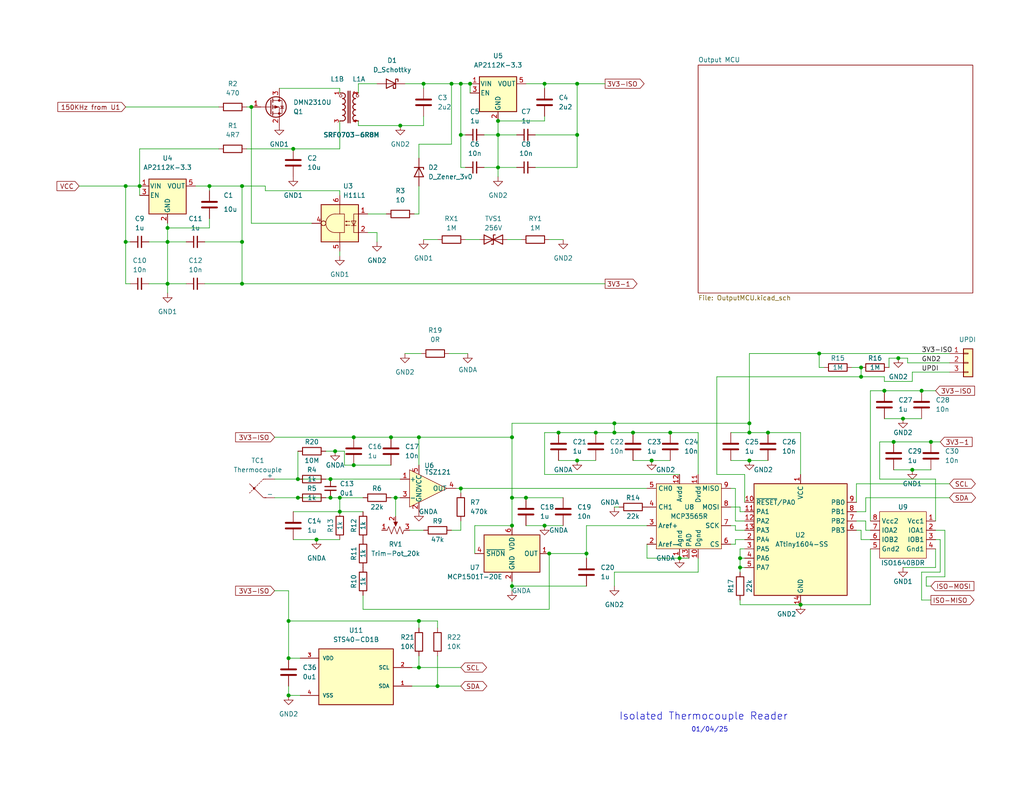
<source format=kicad_sch>
(kicad_sch (version 20230121) (generator eeschema)
  (paper "USLetter")
  (lib_symbols
    (symbol "Connector_Generic:Conn_01x03" (pin_names (offset 1.016) hide)
      (property "Reference" "J" (at 0 5.08 0))
      (property "Value" "Conn_01x03" (at 0 -5.08 0))
      (symbol "Conn_01x03_1_1"
        (pin passive line (at -5.08 2.54 0) (length 3.81) (name "Pin_1") (number "1"))
        (pin passive line (at -5.08 0 0) (length 3.81) (name "Pin_2") (number "2"))
        (pin passive line (at -5.08 -2.54 0) (length 3.81) (name "Pin_3") (number "3"))
      )
    )
    (symbol "Custom_parts:ISO6721RB"
      (property "Reference" "U9" (at 0 7.62 0))
      (property "Value" "ISO1640BDR" (at 0 -7.62 0))
      (symbol "ISO6721RB_1_1"
        (pin power_in line (at -8.89 3.81 0) (length 2.54) (name "Vcc1") (number "1"))
        (pin bidirectional line (at -8.89 1.27 0) (length 2.54) (name "IOA1") (number "2"))
        (pin bidirectional line (at -8.89 -1.27 0) (length 2.54) (name "IOB1") (number "3"))
        (pin power_in line (at -8.89 -3.81 0) (length 2.54) (name "Gnd1") (number "4"))
        (pin power_in line (at 8.89 -3.81 180) (length 2.54) (name "Gnd2") (number "5"))
        (pin bidirectional line (at 8.89 -1.27 180) (length 2.54) (name "IOB2") (number "6"))
        (pin bidirectional line (at 8.89 1.27 180) (length 2.54) (name "IOA2") (number "7"))
        (pin power_in line (at 8.89 3.81 180) (length 2.54) (name "Vcc2") (number "8"))
      )
    )
    (symbol "Custom_parts:MCP3565R"
      (property "Reference" "U" (at 0 2.54 0))
      (property "Value" "MCP3565R" (at 0 0 0))
      (symbol "MCP3565R_1_1"
        (pin power_in line (at -2.54 -11.43 90) (length 2.54) (name "Agnd") (number "1"))
        (pin power_in line (at 2.54 -11.43 90) (length 2.54) (name "Dgnd") (number "10"))
        (pin power_in line (at 2.54 11.43 270) (length 2.54) (name "Dvdd") (number "11"))
        (pin power_in line (at -2.54 11.43 270) (length 2.54) (name "Avdd") (number "12"))
        (pin power_in line (at 0 -11.43 90) (length 2.54) (name "PAD") (number "13"))
        (pin input line (at -11.43 -7.62 0) (length 2.54) (name "Aref-") (number "2"))
        (pin input line (at -11.43 -2.54 0) (length 2.54) (name "Aref+") (number "3"))
        (pin input line (at -11.43 2.54 0) (length 2.54) (name "CH1") (number "4"))
        (pin input line (at -11.43 7.62 0) (length 2.54) (name "CH0") (number "5"))
        (pin input line (at 11.43 -7.62 180) (length 2.54) (name "CS") (number "6"))
        (pin input line (at 11.43 -2.54 180) (length 2.54) (name "SCK") (number "7"))
        (pin input line (at 11.43 2.54 180) (length 2.54) (name "MOSI") (number "8"))
        (pin output line (at 11.43 7.62 180) (length 2.54) (name "MISO") (number "9"))
      )
    )
    (symbol "Custom_parts:TSZ121ICT" (pin_names (offset 0.002))
      (property "Reference" "U" (at 1.27 5.08 0))
      (symbol "TSZ121ICT_1_1"
        (pin input line (at -7.62 2.54 0) (length 2.54) (name "+") (number "1"))
        (pin power_in line (at -2.54 -6.35 90) (length 2.54) (name "GND") (number "2"))
        (pin input line (at -7.62 -2.54 0) (length 2.54) (name "-") (number "3"))
        (pin output line (at 7.62 0 180) (length 2.54) (name "OUT") (number "4"))
        (pin power_in line (at -2.54 6.35 270) (length 2.54) (name "VCC") (number "5"))
      )
    )
    (symbol "Device:C" (pin_numbers hide) (pin_names (offset 0.254))
      (property "Reference" "C" (at 0.635 2.54 0))
      (property "Value" "C" (at 0.635 -2.54 0))
      (symbol "C_1_1"
        (pin passive line (at 0 3.81 270) (length 2.794) (name "~") (number "1"))
        (pin passive line (at 0 -3.81 90) (length 2.794) (name "~") (number "2"))
      )
    )
    (symbol "Device:C_Small" (pin_numbers hide) (pin_names (offset 0.254) hide)
      (property "Reference" "C" (at 0.254 1.778 0))
      (property "Value" "C_Small" (at 0.254 -2.032 0))
      (symbol "C_Small_1_1"
        (pin passive line (at 0 2.54 270) (length 2.032) (name "~") (number "1"))
        (pin passive line (at 0 -2.54 90) (length 2.032) (name "~") (number "2"))
      )
    )
    (symbol "Device:D_Schottky" (pin_numbers hide) (pin_names (offset 1.016) hide)
      (property "Reference" "D" (at 0 2.54 0))
      (property "Value" "D_Schottky" (at 0 -2.54 0))
      (symbol "D_Schottky_1_1"
        (pin passive line (at -3.81 0 0) (length 2.54) (name "K") (number "1"))
        (pin passive line (at 3.81 0 180) (length 2.54) (name "A") (number "2"))
      )
    )
    (symbol "Device:D_TVS" (pin_numbers hide) (pin_names (offset 1.016) hide)
      (property "Reference" "D" (at 0 2.54 0))
      (property "Value" "D_TVS" (at 0 -2.54 0))
      (symbol "D_TVS_1_1"
        (pin passive line (at -3.81 0 0) (length 2.54) (name "A1") (number "1"))
        (pin passive line (at 3.81 0 180) (length 2.54) (name "A2") (number "2"))
      )
    )
    (symbol "Device:D_Zener" (pin_numbers hide) (pin_names (offset 1.016) hide)
      (property "Reference" "D" (at 0 2.54 0))
      (property "Value" "D_Zener" (at 0 -2.54 0))
      (symbol "D_Zener_1_1"
        (pin passive line (at -3.81 0 0) (length 2.54) (name "K") (number "1"))
        (pin passive line (at 3.81 0 180) (length 2.54) (name "A") (number "2"))
      )
    )
    (symbol "Device:R" (pin_numbers hide) (pin_names (offset 0))
      (property "Reference" "R" (at 2.032 0 90))
      (property "Value" "R" (at 0 0 90))
      (symbol "R_1_1"
        (pin passive line (at 0 3.81 270) (length 1.27) (name "~") (number "1"))
        (pin passive line (at 0 -3.81 90) (length 1.27) (name "~") (number "2"))
      )
    )
    (symbol "Device:R_Potentiometer_US" (pin_names (offset 1.016) hide)
      (property "Reference" "RV" (at -4.445 0 90))
      (property "Value" "R_Potentiometer_US" (at -2.54 0 90))
      (symbol "R_Potentiometer_US_1_1"
        (pin passive line (at 0 3.81 270) (length 1.27) (name "1") (number "1"))
        (pin passive line (at 3.81 0 180) (length 1.27) (name "2") (number "2"))
        (pin passive line (at 0 -3.81 90) (length 1.27) (name "3") (number "3"))
      )
    )
    (symbol "Device:Thermocouple" (pin_numbers hide) (pin_names (offset 0))
      (property "Reference" "TC" (at -3.048 3.81 0))
      (property "Value" "Thermocouple" (at -5.08 -4.064 0))
      (symbol "Thermocouple_1_1"
        (pin passive line (at 2.54 2.54 180) (length 2.54) (name "+") (number "1"))
        (pin passive line (at 2.54 -2.54 180) (length 2.54) (name "-") (number "2"))
      )
    )
    (symbol "Isolator:H11L1" (pin_names (offset 1.016))
      (property "Reference" "U" (at 1.27 8.89 0))
      (property "Value" "H11L1" (at 1.27 6.35 0))
      (symbol "H11L1_1_1"
        (pin passive line (at -7.62 2.54 0) (length 2.54) (name "~") (number "1"))
        (pin passive line (at -7.62 -2.54 0) (length 2.54) (name "~") (number "2"))
        (pin no_connect line (at -5.08 0 0) (length 2.54) hide (name "~") (number "3"))
        (pin output inverted (at 7.62 0 180) (length 3.81) (name "~") (number "4"))
        (pin power_in line (at 0 -7.62 90) (length 2.54) (name "~") (number "5"))
        (pin power_in line (at 0 7.62 270) (length 2.54) (name "~") (number "6"))
      )
    )
    (symbol "MCU_Microchip_ATtiny:ATtiny1604-SS"
      (property "Reference" "U" (at -12.7 16.51 0))
      (property "Value" "ATtiny1604-SS" (at 2.54 -16.51 0))
      (symbol "ATtiny1604-SS_1_1"
        (pin power_in line (at 0 17.78 270) (length 2.54) (name "VCC") (number "1"))
        (pin bidirectional line (at 15.24 10.16 180) (length 2.54) (name "~{RESET}/PA0") (number "10"))
        (pin bidirectional line (at 15.24 7.62 180) (length 2.54) (name "PA1") (number "11"))
        (pin bidirectional line (at 15.24 5.08 180) (length 2.54) (name "PA2") (number "12"))
        (pin bidirectional line (at 15.24 2.54 180) (length 2.54) (name "PA3") (number "13"))
        (pin power_in line (at 0 -17.78 90) (length 2.54) (name "GND") (number "14"))
        (pin bidirectional line (at 15.24 0 180) (length 2.54) (name "PA4") (number "2"))
        (pin bidirectional line (at 15.24 -2.54 180) (length 2.54) (name "PA5") (number "3"))
        (pin bidirectional line (at 15.24 -5.08 180) (length 2.54) (name "PA6") (number "4"))
        (pin bidirectional line (at 15.24 -7.62 180) (length 2.54) (name "PA7") (number "5"))
        (pin bidirectional line (at -15.24 2.54 0) (length 2.54) (name "PB3") (number "6"))
        (pin bidirectional line (at -15.24 5.08 0) (length 2.54) (name "PB2") (number "7"))
        (pin bidirectional line (at -15.24 7.62 0) (length 2.54) (name "PB1") (number "8"))
        (pin bidirectional line (at -15.24 10.16 0) (length 2.54) (name "PB0") (number "9"))
      )
    )
    (symbol "Reference_Voltage:MCP1501-10xCH"
      (property "Reference" "U" (at -6.35 6.35 0))
      (property "Value" "MCP1501-10xCH" (at 10.16 6.35 0))
      (symbol "MCP1501-10xCH_0_0"
        (pin power_out line (at 10.16 0 180) (length 2.54) (name "OUT") (number "1"))
        (pin power_in line (at 0 -7.62 90) (length 2.54) (name "GND") (number "2"))
        (pin passive line (at 0 -7.62 90) (length 2.54) hide (name "GND") (number "3"))
        (pin input line (at -10.16 0 0) (length 2.54) (name "~{SHDN}") (number "4"))
        (pin passive line (at 0 -7.62 90) (length 2.54) hide (name "GND") (number "5"))
        (pin power_in line (at 0 7.62 270) (length 2.54) (name "VDD") (number "6"))
      )
    )
    (symbol "Regulator_Linear:AP2112K-3.3" (pin_names (offset 0.254))
      (property "Reference" "U" (at -5.08 5.715 0))
      (property "Value" "AP2112K-3.3" (at 0 5.715 0))
      (symbol "AP2112K-3.3_1_1"
        (pin power_in line (at -7.62 2.54 0) (length 2.54) (name "VIN") (number "1"))
        (pin power_in line (at 0 -7.62 90) (length 2.54) (name "GND") (number "2"))
        (pin input line (at -7.62 0 0) (length 2.54) (name "EN") (number "3"))
        (pin no_connect line (at 5.08 0 180) (length 2.54) hide (name "NC") (number "4"))
        (pin power_out line (at 7.62 2.54 180) (length 2.54) (name "VOUT") (number "5"))
      )
    )
    (symbol "SRF0703-220M:SRF0703-220M" (pin_names (offset 1.016))
      (property "Reference" "L" (at 1.278 1.288 0))
      (property "Value" "SRF0703-220M" (at 1.27 -1.27 0))
      (symbol "SRF0703-220M_1_0"
        (pin passive line (at -2.54 3.81 270) (length 0) (name "~") (number "2"))
        (pin passive line (at -2.54 -3.81 90) (length 0) (name "~") (number "4"))
      )
      (symbol "SRF0703-220M_2_0"
        (pin passive line (at -2.54 3.81 270) (length 0) (name "~") (number "1"))
        (pin passive line (at -2.54 -3.81 90) (length 0) (name "~") (number "3"))
      )
    )
    (symbol "STS4x Temperature Sensors:STS4X" (pin_names (offset 1.016))
      (property "Reference" "U" (at -10.16 8.89 0))
      (property "Value" "STS4X" (at -10.16 -10.16 0))
      (symbol "STS4X_0_0"
        (pin bidirectional line (at -15.24 -2.54 0) (length 5.08) (name "SDA") (number "1"))
        (pin input line (at -15.24 2.54 0) (length 5.08) (name "SCL") (number "2"))
        (pin power_in line (at 15.24 5.08 180) (length 5.08) (name "VDD") (number "3"))
        (pin power_in line (at 15.24 -5.08 180) (length 5.08) (name "VSS") (number "4"))
      )
    )
    (symbol "Transistor_FET:DMG2301L" (pin_names hide)
      (property "Reference" "Q" (at 5.08 1.905 0))
      (property "Value" "DMG2301L" (at 5.08 0 0))
      (symbol "DMG2301L_1_1"
        (pin input line (at -5.08 0 0) (length 2.54) (name "G") (number "1"))
        (pin passive line (at 2.54 -5.08 90) (length 2.54) (name "S") (number "2"))
        (pin passive line (at 2.54 5.08 270) (length 2.54) (name "D") (number "3"))
      )
    )
    (symbol "power:GND1" (power) (pin_names (offset 0))
      (property "Value" "GND1" (at 0 -3.81 0))
      (symbol "GND1_1_1"
        (pin power_in line (at 0 0 270) (length 0) hide (name "GND1") (number "1"))
      )
    )
    (symbol "power:GND2" (power) (pin_names (offset 0))
      (property "Value" "GND2" (at 0 -3.81 0))
      (symbol "GND2_1_1"
        (pin power_in line (at 0 0 270) (length 0) hide (name "GND2") (number "1"))
      )
    )
    (symbol "power:GNDA" (power) (pin_names (offset 0))
      (property "Value" "GNDA" (at 0 -3.81 0))
      (symbol "GNDA_1_1"
        (pin power_in line (at 0 0 270) (length 0) hide (name "GNDA") (number "1"))
      )
    )
  )
  (junction (at 139.7 119.38))
  (junction (at 185.42 152.4))
  (junction (at 223.52 96.52))
  (junction (at 167.64 115.57))
  (junction (at 90.17 130.81))
  (junction (at 204.47 115.57))
  (junction (at 177.8 125.73))
  (junction (at 96.52 119.38))
  (junction (at 149.86 151.13))
  (junction (at 251.46 106.68))
  (junction (at 218.44 165.1))
  (junction (at 148.59 143.51))
  (junction (at 38.1 50.8))
  (junction (at 139.7 160.02))
  (junction (at 152.4 118.11))
  (junction (at 172.72 118.11))
  (junction (at 78.74 169.545))
  (junction (at 106.68 119.38))
  (junction (at 107.95 135.89))
  (junction (at 204.47 125.73))
  (junction (at 157.48 125.73))
  (junction (at 109.22 34.29))
  (junction (at 241.3 106.68))
  (junction (at 182.88 118.11))
  (junction (at 246.38 114.3))
  (junction (at 114.3 119.38))
  (junction (at 201.93 152.4))
  (junction (at 157.48 36.83))
  (junction (at 66.04 66.04))
  (junction (at 45.72 62.23))
  (junction (at 245.11 97.79))
  (junction (at 92.71 139.7))
  (junction (at 81.28 130.81))
  (junction (at 234.95 100.33))
  (junction (at 90.17 135.89))
  (junction (at 114.3 182.245))
  (junction (at 139.7 135.89))
  (junction (at 114.3 169.545))
  (junction (at 34.29 50.8))
  (junction (at 68.58 29.21))
  (junction (at 45.72 77.47))
  (junction (at 119.38 187.325))
  (junction (at 96.52 127))
  (junction (at 162.56 118.11))
  (junction (at 125.73 36.83))
  (junction (at 204.47 118.11))
  (junction (at 78.74 189.865))
  (junction (at 81.28 135.89))
  (junction (at 148.59 22.86))
  (junction (at 123.19 22.86))
  (junction (at 254 120.65))
  (junction (at 128.27 22.86))
  (junction (at 160.02 151.13))
  (junction (at 248.92 128.27))
  (junction (at 92.71 135.89))
  (junction (at 167.64 118.11))
  (junction (at 135.89 36.83))
  (junction (at 45.72 66.04))
  (junction (at 125.73 22.86))
  (junction (at 34.29 66.04))
  (junction (at 135.89 45.72))
  (junction (at 86.36 147.32))
  (junction (at 80.01 40.64))
  (junction (at 209.55 118.11))
  (junction (at 234.95 102.87))
  (junction (at 157.48 22.86))
  (junction (at 125.73 133.35))
  (junction (at 115.57 22.86))
  (junction (at 66.04 50.8))
  (junction (at 243.84 120.65))
  (junction (at 91.44 123.19))
  (junction (at 57.15 50.8))
  (junction (at 201.93 154.94))
  (junction (at 135.89 33.02))
  (junction (at 143.51 135.89))
  (junction (at 78.74 179.705))
  (junction (at 66.04 77.47))
  (junction (at 139.7 143.51))
  (wire (pts (xy 201.93 163.83) (xy 201.93 165.1)))
  (wire (pts (xy 143.51 143.51) (xy 148.59 143.51)))
  (wire (pts (xy 204.47 115.57) (xy 167.64 115.57)))
  (wire (pts (xy 135.89 45.72) (xy 135.89 36.83)))
  (wire (pts (xy 157.48 36.83) (xy 157.48 22.86)))
  (wire (pts (xy 233.68 132.08) (xy 233.68 137.16)))
  (wire (pts (xy 167.64 115.57) (xy 167.64 118.11)))
  (wire (pts (xy 176.53 152.4) (xy 185.42 152.4)))
  (wire (pts (xy 241.3 106.68) (xy 251.46 106.68)))
  (wire (pts (xy 157.48 45.72) (xy 157.48 36.83)))
  (wire (pts (xy 92.71 33.02) (xy 92.71 40.64)))
  (wire (pts (xy 160.02 152.4) (xy 160.02 151.13)))
  (wire (pts (xy 218.44 129.54) (xy 218.44 118.11)))
  (wire (pts (xy 66.04 66.04) (xy 66.04 77.47)))
  (wire (pts (xy 223.52 100.33) (xy 223.52 96.52)))
  (wire (pts (xy 122.555 96.52) (xy 127.635 96.52)))
  (wire (pts (xy 57.15 59.69) (xy 57.15 62.23)))
  (wire (pts (xy 127 45.72) (xy 125.73 45.72)))
  (wire (pts (xy 203.2 129.54) (xy 203.2 137.16)))
  (wire (pts (xy 146.05 45.72) (xy 157.48 45.72)))
  (wire (pts (xy 92.71 24.13) (xy 92.71 25.4)))
  (wire (pts (xy 204.47 96.52) (xy 204.47 115.57)))
  (wire (pts (xy 241.3 114.3) (xy 246.38 114.3)))
  (wire (pts (xy 90.17 135.89) (xy 92.71 135.89)))
  (wire (pts (xy 92.71 52.07) (xy 72.39 52.07)))
  (wire (pts (xy 233.68 132.08) (xy 259.08 132.08)))
  (wire (pts (xy 236.22 142.24) (xy 233.68 142.24)))
  (wire (pts (xy 127 36.83) (xy 125.73 36.83)))
  (wire (pts (xy 92.71 68.58) (xy 92.71 69.85)))
  (wire (pts (xy 112.395 187.325) (xy 119.38 187.325)))
  (wire (pts (xy 97.79 33.02) (xy 97.79 34.29)))
  (wire (pts (xy 119.38 187.325) (xy 125.73 187.325)))
  (wire (pts (xy 160.02 143.51) (xy 160.02 151.13)))
  (wire (pts (xy 99.06 139.7) (xy 92.71 139.7)))
  (wire (pts (xy 106.68 119.38) (xy 114.3 119.38)))
  (wire (pts (xy 81.28 123.19) (xy 81.28 130.81)))
  (wire (pts (xy 248.92 128.27) (xy 254 128.27)))
  (wire (pts (xy 109.22 34.29) (xy 115.57 34.29)))
  (wire (pts (xy 240.03 120.65) (xy 243.84 120.65)))
  (wire (pts (xy 148.59 129.54) (xy 148.59 118.11)))
  (wire (pts (xy 107.95 135.89) (xy 109.22 135.89)))
  (wire (pts (xy 152.4 118.11) (xy 162.56 118.11)))
  (wire (pts (xy 34.29 50.8) (xy 38.1 50.8)))
  (wire (pts (xy 201.93 152.4) (xy 203.2 152.4)))
  (wire (pts (xy 204.47 118.11) (xy 209.55 118.11)))
  (wire (pts (xy 114.3 43.18) (xy 114.3 39.37)))
  (wire (pts (xy 200.66 143.51) (xy 200.66 144.78)))
  (wire (pts (xy 74.93 130.81) (xy 81.28 130.81)))
  (wire (pts (xy 88.9 123.19) (xy 91.44 123.19)))
  (wire (pts (xy 114.3 39.37) (xy 123.19 39.37)))
  (wire (pts (xy 45.72 66.04) (xy 45.72 62.23)))
  (wire (pts (xy 21.59 50.8) (xy 34.29 50.8)))
  (wire (pts (xy 38.1 50.8) (xy 38.1 53.34)))
  (wire (pts (xy 90.17 130.81) (xy 109.22 130.81)))
  (wire (pts (xy 74.93 119.38) (xy 96.52 119.38)))
  (wire (pts (xy 45.72 80.01) (xy 45.72 77.47)))
  (wire (pts (xy 148.59 143.51) (xy 153.67 143.51)))
  (wire (pts (xy 55.88 77.47) (xy 66.04 77.47)))
  (wire (pts (xy 247.65 99.06) (xy 247.65 97.79)))
  (wire (pts (xy 201.93 152.4) (xy 201.93 154.94)))
  (wire (pts (xy 34.29 29.21) (xy 59.69 29.21)))
  (wire (pts (xy 114.3 179.07) (xy 114.3 182.245)))
  (wire (pts (xy 201.93 154.94) (xy 201.93 156.21)))
  (wire (pts (xy 167.64 156.21) (xy 167.64 160.02)))
  (wire (pts (xy 190.5 152.4) (xy 190.5 156.21)))
  (wire (pts (xy 195.58 129.54) (xy 203.2 129.54)))
  (wire (pts (xy 78.74 161.29) (xy 78.74 169.545)))
  (wire (pts (xy 148.59 24.13) (xy 148.59 22.86)))
  (wire (pts (xy 78.74 169.545) (xy 78.74 179.705)))
  (wire (pts (xy 139.7 160.02) (xy 139.7 158.75)))
  (wire (pts (xy 148.59 22.86) (xy 157.48 22.86)))
  (wire (pts (xy 112.395 182.245) (xy 114.3 182.245)))
  (wire (pts (xy 176.53 143.51) (xy 160.02 143.51)))
  (wire (pts (xy 149.86 151.13) (xy 149.86 166.37)))
  (wire (pts (xy 80.01 147.32) (xy 86.36 147.32)))
  (wire (pts (xy 66.04 66.04) (xy 66.04 50.8)))
  (wire (pts (xy 40.64 66.04) (xy 45.72 66.04)))
  (wire (pts (xy 96.52 119.38) (xy 106.68 119.38)))
  (wire (pts (xy 248.92 101.6) (xy 248.92 104.14)))
  (wire (pts (xy 237.49 144.78) (xy 236.22 144.78)))
  (wire (pts (xy 200.66 144.78) (xy 203.2 144.78)))
  (wire (pts (xy 78.74 169.545) (xy 114.3 169.545)))
  (wire (pts (xy 139.7 135.89) (xy 143.51 135.89)))
  (wire (pts (xy 237.49 106.68) (xy 237.49 142.24)))
  (wire (pts (xy 132.08 45.72) (xy 135.89 45.72)))
  (wire (pts (xy 185.42 129.54) (xy 148.59 129.54)))
  (wire (pts (xy 125.73 45.72) (xy 125.73 36.83)))
  (wire (pts (xy 232.41 100.33) (xy 234.95 100.33)))
  (wire (pts (xy 201.93 165.1) (xy 218.44 165.1)))
  (wire (pts (xy 237.49 149.86) (xy 237.49 165.1)))
  (wire (pts (xy 67.31 29.21) (xy 68.58 29.21)))
  (wire (pts (xy 125.73 144.78) (xy 125.73 142.24)))
  (wire (pts (xy 97.79 22.86) (xy 102.87 22.86)))
  (wire (pts (xy 80.01 139.7) (xy 92.71 139.7)))
  (wire (pts (xy 34.29 66.04) (xy 35.56 66.04)))
  (wire (pts (xy 143.51 22.86) (xy 148.59 22.86)))
  (wire (pts (xy 93.98 127) (xy 93.98 123.19)))
  (wire (pts (xy 123.19 39.37) (xy 123.19 22.86)))
  (wire (pts (xy 34.29 77.47) (xy 34.29 66.04)))
  (wire (pts (xy 125.73 22.86) (xy 128.27 22.86)))
  (wire (pts (xy 224.79 100.33) (xy 223.52 100.33)))
  (wire (pts (xy 57.15 52.07) (xy 57.15 50.8)))
  (wire (pts (xy 255.27 147.32) (xy 256.54 147.32)))
  (wire (pts (xy 242.57 100.33) (xy 242.57 97.79)))
  (wire (pts (xy 236.22 144.78) (xy 236.22 142.24)))
  (wire (pts (xy 128.27 22.86) (xy 128.27 25.4)))
  (wire (pts (xy 203.2 142.24) (xy 200.66 142.24)))
  (wire (pts (xy 139.7 160.02) (xy 160.02 160.02)))
  (wire (pts (xy 200.66 133.35) (xy 199.39 133.35)))
  (wire (pts (xy 123.19 22.86) (xy 125.73 22.86)))
  (wire (pts (xy 200.66 147.32) (xy 203.2 147.32)))
  (wire (pts (xy 139.7 115.57) (xy 167.64 115.57)))
  (wire (pts (xy 115.57 65.405) (xy 119.38 65.405)))
  (wire (pts (xy 167.64 156.21) (xy 190.5 156.21)))
  (wire (pts (xy 76.2 24.13) (xy 92.71 24.13)))
  (wire (pts (xy 252.73 157.48) (xy 257.81 157.48)))
  (wire (pts (xy 234.95 102.87) (xy 195.58 102.87)))
  (wire (pts (xy 107.95 140.97) (xy 107.95 135.89)))
  (wire (pts (xy 68.58 29.21) (xy 68.58 60.96)))
  (wire (pts (xy 143.51 135.89) (xy 153.67 135.89)))
  (wire (pts (xy 97.79 22.86) (xy 97.79 25.4)))
  (wire (pts (xy 167.64 118.11) (xy 172.72 118.11)))
  (wire (pts (xy 81.915 189.865) (xy 78.74 189.865)))
  (wire (pts (xy 99.06 166.37) (xy 149.86 166.37)))
  (wire (pts (xy 78.74 179.705) (xy 81.915 179.705)))
  (wire (pts (xy 254 120.65) (xy 256.54 120.65)))
  (wire (pts (xy 201.93 154.94) (xy 203.2 154.94)))
  (wire (pts (xy 87.63 130.81) (xy 81.28 130.81)))
  (wire (pts (xy 93.98 123.19) (xy 91.44 123.19)))
  (wire (pts (xy 246.38 114.3) (xy 251.46 114.3)))
  (wire (pts (xy 72.39 50.8) (xy 66.04 50.8)))
  (wire (pts (xy 114.3 169.545) (xy 114.3 171.45)))
  (wire (pts (xy 92.71 135.89) (xy 99.06 135.89)))
  (wire (pts (xy 96.52 127) (xy 93.98 127)))
  (wire (pts (xy 38.1 40.64) (xy 59.69 40.64)))
  (wire (pts (xy 45.72 66.04) (xy 50.8 66.04)))
  (wire (pts (xy 234.95 100.33) (xy 234.95 102.87)))
  (wire (pts (xy 190.5 129.54) (xy 190.5 118.11)))
  (wire (pts (xy 132.08 36.83) (xy 135.89 36.83)))
  (wire (pts (xy 149.86 151.13) (xy 160.02 151.13)))
  (wire (pts (xy 157.48 22.86) (xy 165.1 22.86)))
  (wire (pts (xy 129.54 143.51) (xy 139.7 143.51)))
  (wire (pts (xy 199.39 118.11) (xy 204.47 118.11)))
  (wire (pts (xy 157.48 125.73) (xy 162.56 125.73)))
  (wire (pts (xy 218.44 118.11) (xy 209.55 118.11)))
  (wire (pts (xy 185.42 152.4) (xy 187.96 152.4)))
  (wire (pts (xy 148.59 31.75) (xy 148.59 33.02)))
  (wire (pts (xy 139.7 135.89) (xy 139.7 119.38)))
  (wire (pts (xy 176.53 148.59) (xy 176.53 152.4)))
  (wire (pts (xy 252.73 160.02) (xy 252.73 157.48)))
  (wire (pts (xy 88.9 130.81) (xy 90.17 130.81)))
  (wire (pts (xy 74.93 161.29) (xy 78.74 161.29)))
  (wire (pts (xy 88.9 135.89) (xy 90.17 135.89)))
  (wire (pts (xy 78.74 189.865) (xy 78.74 187.325)))
  (wire (pts (xy 148.59 33.02) (xy 135.89 33.02)))
  (wire (pts (xy 255.27 142.24) (xy 255.27 130.81)))
  (wire (pts (xy 135.89 36.83) (xy 140.97 36.83)))
  (wire (pts (xy 243.84 120.65) (xy 254 120.65)))
  (wire (pts (xy 257.81 157.48) (xy 257.81 144.78)))
  (wire (pts (xy 40.64 77.47) (xy 45.72 77.47)))
  (wire (pts (xy 255.27 154.94) (xy 255.27 149.86)))
  (wire (pts (xy 237.49 106.68) (xy 241.3 106.68)))
  (wire (pts (xy 149.86 65.405) (xy 153.67 65.405)))
  (wire (pts (xy 223.52 96.52) (xy 259.08 96.52)))
  (wire (pts (xy 114.3 119.38) (xy 139.7 119.38)))
  (wire (pts (xy 125.73 133.35) (xy 176.53 133.35)))
  (wire (pts (xy 45.72 77.47) (xy 45.72 66.04)))
  (wire (pts (xy 199.39 125.73) (xy 204.47 125.73)))
  (wire (pts (xy 233.68 139.7) (xy 236.22 139.7)))
  (wire (pts (xy 200.66 143.51) (xy 199.39 143.51)))
  (wire (pts (xy 135.89 48.26) (xy 135.89 45.72)))
  (wire (pts (xy 236.22 135.89) (xy 236.22 139.7)))
  (wire (pts (xy 92.71 40.64) (xy 80.01 40.64)))
  (wire (pts (xy 247.65 97.79) (xy 245.11 97.79)))
  (wire (pts (xy 242.57 97.79) (xy 245.11 97.79)))
  (wire (pts (xy 66.04 50.8) (xy 57.15 50.8)))
  (wire (pts (xy 119.38 169.545) (xy 119.38 171.45)))
  (wire (pts (xy 92.71 52.07) (xy 92.71 53.34)))
  (wire (pts (xy 110.49 22.86) (xy 115.57 22.86)))
  (wire (pts (xy 114.3 119.38) (xy 114.3 127)))
  (wire (pts (xy 110.49 96.52) (xy 114.935 96.52)))
  (wire (pts (xy 34.29 66.04) (xy 34.29 50.8)))
  (wire (pts (xy 100.33 63.5) (xy 102.87 63.5)))
  (wire (pts (xy 86.36 147.32) (xy 92.71 147.32)))
  (wire (pts (xy 102.87 63.5) (xy 102.87 66.04)))
  (wire (pts (xy 248.92 104.14) (xy 241.3 104.14)))
  (wire (pts (xy 45.72 60.96) (xy 45.72 62.23)))
  (wire (pts (xy 125.73 133.35) (xy 124.46 133.35)))
  (wire (pts (xy 243.84 128.27) (xy 248.92 128.27)))
  (wire (pts (xy 233.68 144.78) (xy 234.95 144.78)))
  (wire (pts (xy 255.27 144.78) (xy 257.81 144.78)))
  (wire (pts (xy 38.1 40.64) (xy 38.1 50.8)))
  (wire (pts (xy 123.19 144.78) (xy 125.73 144.78)))
  (wire (pts (xy 119.38 179.07) (xy 119.38 187.325)))
  (wire (pts (xy 259.08 101.6) (xy 248.92 101.6)))
  (wire (pts (xy 114.3 182.245) (xy 125.73 182.245)))
  (wire (pts (xy 152.4 125.73) (xy 157.48 125.73)))
  (wire (pts (xy 129.54 151.13) (xy 129.54 143.51)))
  (wire (pts (xy 96.52 127) (xy 106.68 127)))
  (wire (pts (xy 135.89 45.72) (xy 140.97 45.72)))
  (wire (pts (xy 57.15 62.23) (xy 45.72 62.23)))
  (wire (pts (xy 203.2 149.86) (xy 201.93 149.86)))
  (wire (pts (xy 114.3 50.8) (xy 114.3 58.42)))
  (wire (pts (xy 146.05 36.83) (xy 157.48 36.83)))
  (wire (pts (xy 241.3 104.14) (xy 241.3 102.87)))
  (wire (pts (xy 201.93 149.86) (xy 201.93 152.4)))
  (wire (pts (xy 106.68 135.89) (xy 107.95 135.89)))
  (wire (pts (xy 114.3 169.545) (xy 119.38 169.545)))
  (wire (pts (xy 190.5 118.11) (xy 182.88 118.11)))
  (wire (pts (xy 199.39 138.43) (xy 201.93 138.43)))
  (wire (pts (xy 254 163.83) (xy 251.46 163.83)))
  (wire (pts (xy 45.72 77.47) (xy 50.8 77.47)))
  (wire (pts (xy 100.33 58.42) (xy 105.41 58.42)))
  (wire (pts (xy 53.34 50.8) (xy 57.15 50.8)))
  (wire (pts (xy 195.58 102.87) (xy 195.58 129.54)))
  (wire (pts (xy 204.47 118.11) (xy 204.47 115.57)))
  (wire (pts (xy 125.73 134.62) (xy 125.73 133.35)))
  (wire (pts (xy 165.1 77.47) (xy 66.04 77.47)))
  (wire (pts (xy 252.73 160.02) (xy 254 160.02)))
  (wire (pts (xy 35.56 77.47) (xy 34.29 77.47)))
  (wire (pts (xy 234.95 144.78) (xy 234.95 147.32)))
  (wire (pts (xy 139.7 161.29) (xy 139.7 160.02)))
  (wire (pts (xy 204.47 125.73) (xy 209.55 125.73)))
  (wire (pts (xy 251.46 156.21) (xy 256.54 156.21)))
  (wire (pts (xy 127 65.405) (xy 130.81 65.405)))
  (wire (pts (xy 177.8 125.73) (xy 182.88 125.73)))
  (wire (pts (xy 138.43 65.405) (xy 142.24 65.405)))
  (wire (pts (xy 172.72 118.11) (xy 182.88 118.11)))
  (wire (pts (xy 92.71 139.7) (xy 92.71 135.89)))
  (wire (pts (xy 115.57 31.75) (xy 115.57 34.29)))
  (wire (pts (xy 68.58 60.96) (xy 85.09 60.96)))
  (wire (pts (xy 172.72 125.73) (xy 177.8 125.73)))
  (wire (pts (xy 251.46 106.68) (xy 255.27 106.68)))
  (wire (pts (xy 72.39 52.07) (xy 72.39 50.8)))
  (wire (pts (xy 123.19 22.86) (xy 115.57 22.86)))
  (wire (pts (xy 115.57 22.86) (xy 115.57 24.13)))
  (wire (pts (xy 247.65 99.06) (xy 259.08 99.06)))
  (wire (pts (xy 218.44 165.1) (xy 237.49 165.1)))
  (wire (pts (xy 139.7 119.38) (xy 139.7 115.57)))
  (wire (pts (xy 113.03 58.42) (xy 114.3 58.42)))
  (wire (pts (xy 125.73 36.83) (xy 125.73 22.86)))
  (wire (pts (xy 256.54 156.21) (xy 256.54 147.32)))
  (wire (pts (xy 240.03 130.81) (xy 255.27 130.81)))
  (wire (pts (xy 201.93 138.43) (xy 201.93 139.7)))
  (wire (pts (xy 246.38 154.94) (xy 255.27 154.94)))
  (wire (pts (xy 240.03 120.65) (xy 240.03 130.81)))
  (wire (pts (xy 139.7 143.51) (xy 139.7 135.89)))
  (wire (pts (xy 111.76 144.78) (xy 115.57 144.78)))
  (wire (pts (xy 148.59 118.11) (xy 152.4 118.11)))
  (wire (pts (xy 99.06 162.56) (xy 99.06 166.37)))
  (wire (pts (xy 67.31 40.64) (xy 80.01 40.64)))
  (wire (pts (xy 200.66 142.24) (xy 200.66 133.35)))
  (wire (pts (xy 234.95 147.32) (xy 237.49 147.32)))
  (wire (pts (xy 199.39 148.59) (xy 200.66 148.59)))
  (wire (pts (xy 201.93 139.7) (xy 203.2 139.7)))
  (wire (pts (xy 259.08 135.89) (xy 236.22 135.89)))
  (wire (pts (xy 167.64 118.11) (xy 162.56 118.11)))
  (wire (pts (xy 55.88 66.04) (xy 66.04 66.04)))
  (wire (pts (xy 74.93 135.89) (xy 81.28 135.89)))
  (wire (pts (xy 168.91 138.43) (xy 167.64 138.43)))
  (wire (pts (xy 97.79 34.29) (xy 109.22 34.29)))
  (wire (pts (xy 200.66 148.59) (xy 200.66 147.32)))
  (wire (pts (xy 135.89 36.83) (xy 135.89 33.02)))
  (wire (pts (xy 81.28 135.89) (xy 87.63 135.89)))
  (wire (pts (xy 223.52 96.52) (xy 204.47 96.52)))
  (wire (pts (xy 251.46 163.83) (xy 251.46 156.21)))
  (wire (pts (xy 241.3 102.87) (xy 234.95 102.87)))
  (text "Isolated Thermocouple Reader" (at 168.91 196.85 0) (effects (font (size 2 2)) (justify left bottom)))
  (text "01/04/25\n" (at 188.595 200.025 0) (effects (font (size 1.27 1.27)) (justify left bottom)))
  (label "GND2" (at 251.46 99.06 0))
  (label "3V3-ISO" (at 251.46 96.52 0))
  (label "UPDI" (at 251.46 101.6 0))
  (global_label "3V3-1" (shape input) (at 256.54 120.65 0) (property "Intersheetrefs" "${INTERSHEET_REFS}" (effects hide)))
  (global_label "SDA" (shape bidirectional) (at 125.73 187.325 0) (property "Intersheetrefs" "${INTERSHEET_REFS}" (effects hide)))
  (global_label "3V3-ISO" (shape output) (at 165.1 22.86 0) (property "Intersheetrefs" "${INTERSHEET_REFS}" (effects hide)))
  (global_label "3V3-ISO" (shape input) (at 74.93 119.38 180) (property "Intersheetrefs" "${INTERSHEET_REFS}" (effects hide)))
  (global_label "SDA" (shape bidirectional) (at 259.08 135.89 0) (property "Intersheetrefs" "${INTERSHEET_REFS}" (effects hide)))
  (global_label "VCC" (shape input) (at 21.59 50.8 180) (property "Intersheetrefs" "${INTERSHEET_REFS}" (effects hide)))
  (global_label "3V3-ISO" (shape input) (at 255.27 106.68 0) (property "Intersheetrefs" "${INTERSHEET_REFS}" (effects hide)))
  (global_label "SCL" (shape bidirectional) (at 259.08 132.08 0) (property "Intersheetrefs" "${INTERSHEET_REFS}" (effects hide)))
  (global_label "3V3-1" (shape output) (at 165.1 77.47 0) (property "Intersheetrefs" "${INTERSHEET_REFS}" (effects hide)))
  (global_label "ISO-MOSI" (shape input) (at 254 160.02 0) (property "Intersheetrefs" "${INTERSHEET_REFS}" (effects hide)))
  (global_label "150KHz from U1" (shape input) (at 34.29 29.21 180) (property "Intersheetrefs" "${INTERSHEET_REFS}" (effects hide)))
  (global_label "3V3-ISO" (shape input) (at 74.93 161.29 180) (property "Intersheetrefs" "${INTERSHEET_REFS}" (effects hide)))
  (global_label "SCL" (shape bidirectional) (at 125.73 182.245 0) (property "Intersheetrefs" "${INTERSHEET_REFS}" (effects hide)))
  (global_label "ISO-MISO" (shape output) (at 254 163.83 0) (property "Intersheetrefs" "${INTERSHEET_REFS}" (effects hide)))
  (symbol (lib_id "power:GND2") (at 78.74 189.865 0) (unit 1)
    (property "Reference" "#PWR0123" (effects hide))
    (property "Value" "GND2" (at 78.74 194.945 0))
  )
  (symbol (lib_id "Device:R") (at 125.73 138.43 180) (unit 1)
    (property "Reference" "R7" (at 128.27 137.1599 0) (effects (justify right)))
    (property "Value" "470k" (at 128.27 139.6999 0) (effects (justify right)))
    (property "Footprint" "Resistor_SMD:R_0603_1608Metric" (effects hide))
  )
  (symbol (lib_id "Device:R") (at 228.6 100.33 90) (unit 1)
    (property "Reference" "R15" (at 228.6 97.79 90))
    (property "Value" "1M" (at 228.6 100.33 90))
    (property "Footprint" "Resistor_SMD:R_0603_1608Metric" (effects hide))
  )
  (symbol (lib_id "power:GNDA") (at 167.64 138.43 0) (unit 1)
    (property "Reference" "#PWR0127" (effects hide))
    (property "Value" "GNDA" (at 166.37 137.16 0))
  )
  (symbol (lib_id "power:GND2") (at 110.49 96.52 0) (unit 1)
    (property "Reference" "#PWR07" (effects hide))
    (property "Value" "GND2" (at 110.49 101.6 0))
  )
  (symbol (lib_id "Device:Thermocouple") (at 72.39 133.35 0) (unit 1)
    (property "Reference" "TC1" (at 70.358 125.73 0))
    (property "Value" "Thermocouple" (at 70.358 128.27 0))
    (property "Footprint" "custom:TypeKSocket" (effects hide))
  )
  (symbol (lib_id "Device:D_Schottky") (at 106.68 22.86 0) (mirror y) (unit 1)
    (property "Reference" "D1" (at 106.9975 16.51 0))
    (property "Value" "D_Schottky" (at 106.9975 19.05 0))
    (property "Footprint" "Diode_SMD:D_2010_5025Metric_Pad1.52x2.65mm_HandSolder" (effects hide))
  )
  (symbol (lib_id "Device:C_Small") (at 129.54 36.83 90) (unit 1)
    (property "Reference" "C5" (at 129.5463 30.48 90))
    (property "Value" "1u" (at 129.5463 33.02 90))
    (property "Footprint" "Capacitor_SMD:C_0402_1005Metric" (effects hide))
  )
  (symbol (lib_id "power:GND1") (at 80.01 48.26 0) (unit 1)
    (property "Reference" "#PWR0110" (effects hide))
    (property "Value" "GND1" (at 80.01 53.34 0))
  )
  (symbol (lib_id "Device:C_Small") (at 129.54 45.72 90) (unit 1)
    (property "Reference" "C6" (at 129.5463 39.37 90))
    (property "Value" "10n" (at 129.5463 41.91 90))
    (property "Footprint" "Capacitor_SMD:C_0402_1005Metric" (effects hide))
  )
  (symbol (lib_id "power:GND1") (at 76.2 34.29 0) (unit 1)
    (property "Reference" "#PWR0112" (effects hide))
    (property "Value" "GND1" (at 76.2 39.37 0))
  )
  (symbol (lib_id "power:GNDA") (at 139.7 161.29 0) (unit 1)
    (property "Reference" "#PWR0124" (effects hide))
    (property "Value" "GNDA" (at 142.24 161.29 0))
  )
  (symbol (lib_id "Device:C") (at 143.51 139.7 0) (unit 1)
    (property "Reference" "C18" (at 147.32 138.4299 0) (effects (justify left)))
    (property "Value" "1u" (at 147.32 140.9699 0) (effects (justify left)))
    (property "Footprint" "Capacitor_SMD:C_0402_1005Metric" (effects hide))
  )
  (symbol (lib_id "power:GND1") (at 246.38 154.94 0) (unit 1)
    (property "Reference" "#PWR0107" (effects hide))
    (property "Value" "GND1" (at 246.38 158.75 0))
  )
  (symbol (lib_id "Regulator_Linear:AP2112K-3.3") (at 45.72 53.34 0) (unit 1)
    (property "Reference" "U4" (at 45.72 43.18 0))
    (property "Value" "AP2112K-3.3" (at 45.72 45.72 0))
    (property "Footprint" "Package_TO_SOT_SMD:SOT-23-5" (effects hide))
    (property "Datasheet" "https://www.diodes.com/assets/Datasheets/AP2112.pdf" (effects hide))
  )
  (symbol (lib_id "Device:C_Small") (at 90.17 133.35 0) (unit 1)
    (property "Reference" "C13" (at 92.71 132.0862 0) (effects (justify left)))
    (property "Value" "0u1" (at 92.71 134.6262 0) (effects (justify left)))
    (property "Footprint" "Capacitor_SMD:C_0402_1005Metric" (effects hide))
  )
  (symbol (lib_id "Device:C_Small") (at 53.34 66.04 90) (unit 1)
    (property "Reference" "C11" (at 53.3463 59.69 90))
    (property "Value" "1u" (at 53.3463 62.23 90))
    (property "Footprint" "Capacitor_SMD:C_0402_1005Metric" (effects hide))
  )
  (symbol (lib_id "Device:R") (at 85.09 130.81 90) (unit 1)
    (property "Reference" "R4" (at 85.09 128.27 90))
    (property "Value" "1k" (at 85.09 130.81 90))
    (property "Footprint" "Resistor_SMD:R_0603_1608Metric" (effects hide))
  )
  (symbol (lib_id "power:GNDA") (at 91.44 123.19 0) (unit 1)
    (property "Reference" "#PWR0120" (effects hide))
    (property "Value" "GNDA" (at 91.44 127 0))
  )
  (symbol (lib_id "Device:C") (at 241.3 110.49 0) (unit 1)
    (property "Reference" "C27" (at 245.11 109.2199 0) (effects (justify left)))
    (property "Value" "1u" (at 245.11 111.7599 0) (effects (justify left)))
    (property "Footprint" "Capacitor_SMD:C_0402_1005Metric" (effects hide))
  )
  (symbol (lib_id "Transistor_FET:DMG2301L") (at 73.66 29.21 0) (unit 1)
    (property "Reference" "Q1" (at 80.01 30.4801 0) (effects (justify left)))
    (property "Value" "DMN2310U" (at 80.01 27.9401 0) (effects (justify left)))
    (property "Footprint" "Package_TO_SOT_SMD:SOT-23" (effects hide))
    (property "Datasheet" "https://www.diodes.com/assets/Datasheets/DMG2301L.pdf" (effects hide))
  )
  (symbol (lib_id "Device:R") (at 92.71 143.51 180) (unit 1)
    (property "Reference" "R13" (at 90.17 143.51 90))
    (property "Value" "1k" (at 92.71 143.51 90))
    (property "Footprint" "Resistor_SMD:R_0603_1608Metric" (effects hide))
  )
  (symbol (lib_id "power:GNDA") (at 185.42 152.4 0) (unit 1)
    (property "Reference" "#PWR0128" (effects hide))
    (property "Value" "GNDA" (at 181.61 152.4 0))
  )
  (symbol (lib_id "power:GND2") (at 135.89 48.26 0) (unit 1)
    (property "Reference" "#PWR0109" (effects hide))
    (property "Value" "GND2" (at 135.89 53.34 0))
  )
  (symbol (lib_id "power:GND1") (at 248.92 128.27 0) (unit 1)
    (property "Reference" "#PWR04" (effects hide))
    (property "Value" "GND1" (at 248.92 132.08 0))
  )
  (symbol (lib_id "power:GNDA") (at 114.3 139.7 0) (unit 1)
    (property "Reference" "#PWR0121" (effects hide))
    (property "Value" "GNDA" (at 116.84 139.7 0))
  )
  (symbol (lib_id "Device:R") (at 102.87 135.89 90) (unit 1)
    (property "Reference" "R6" (at 102.87 133.35 90))
    (property "Value" "22k" (at 102.87 138.43 90))
    (property "Footprint" "Resistor_SMD:R_0603_1608Metric" (effects hide))
  )
  (symbol (lib_id "power:GND1") (at 92.71 69.85 0) (unit 1)
    (property "Reference" "#PWR0115" (effects hide))
    (property "Value" "GND1" (at 92.71 74.93 0))
  )
  (symbol (lib_id "Connector_Generic:Conn_01x03") (at 264.16 99.06 0) (unit 1)
    (property "Reference" "J6" (effects hide))
    (property "Value" "UPDI" (at 261.62 92.71 0) (effects (justify left)))
    (property "Footprint" "Connector_PinHeader_2.54mm:PinHeader_1x03_P2.54mm_Vertical" (effects hide))
  )
  (symbol (lib_id "MCU_Microchip_ATtiny:ATtiny1604-SS") (at 218.44 147.32 0) (mirror y) (unit 1)
    (property "Reference" "U2" (at 219.71 146.05 0) (effects (justify left)))
    (property "Value" "ATtiny1604-SS" (at 226.06 148.59 0) (effects (justify left)))
    (property "Footprint" "Package_SO:SOIC-14_3.9x8.7mm_P1.27mm" (effects hide))
    (property "Datasheet" "http://ww1.microchip.com/downloads/en/DeviceDoc/ATtiny804_1604-Data-Sheet-40002028A.pdf" (effects hide))
  )
  (symbol (lib_id "Device:C") (at 80.01 44.45 0) (unit 1)
    (property "Reference" "C2" (at 83.82 43.1799 0) (effects (justify left)))
    (property "Value" "10u" (at 83.82 45.7199 0) (effects (justify left)))
    (property "Footprint" "Capacitor_SMD:C_0805_2012Metric_Pad1.18x1.45mm_HandSolder" (effects hide))
  )
  (symbol (lib_id "Device:C") (at 148.59 27.94 0) (unit 1)
    (property "Reference" "C4" (at 152.4 26.6699 0) (effects (justify left)))
    (property "Value" "2u2" (at 152.4 29.2099 0) (effects (justify left)))
    (property "Footprint" "Capacitor_SMD:C_0603_1608Metric" (effects hide))
  )
  (symbol (lib_id "Device:C_Small") (at 38.1 66.04 90) (unit 1)
    (property "Reference" "C9" (at 38.1063 59.69 90))
    (property "Value" "1u" (at 38.1063 62.23 90))
    (property "Footprint" "Capacitor_SMD:C_0402_1005Metric" (effects hide))
  )
  (symbol (lib_id "Device:C") (at 160.02 156.21 0) (unit 1)
    (property "Reference" "C20" (at 163.83 154.9399 0) (effects (justify left)))
    (property "Value" "1u" (at 163.83 157.4799 0) (effects (justify left)))
    (property "Footprint" "Capacitor_SMD:C_0402_1005Metric" (effects hide))
  )
  (symbol (lib_id "Device:C") (at 78.74 183.515 0) (unit 1)
    (property "Reference" "C36" (at 82.55 182.245 0) (effects (justify left)))
    (property "Value" "0u1" (at 82.55 184.785 0) (effects (justify left)))
    (property "Footprint" "Capacitor_SMD:C_0402_1005Metric" (effects hide))
  )
  (symbol (lib_id "Device:R_Potentiometer_US") (at 107.95 144.78 90) (unit 1)
    (property "Reference" "RV1" (at 107.95 148.59 90))
    (property "Value" "Trim-Pot_20k" (at 107.95 151.13 90))
    (property "Footprint" "custom:TRIM_TC33X-2-203E" (effects hide))
  )
  (symbol (lib_id "Device:C_Small") (at 143.51 45.72 90) (unit 1)
    (property "Reference" "C8" (at 143.5163 39.37 90))
    (property "Value" "10n" (at 143.5163 41.91 90))
    (property "Footprint" "Capacitor_SMD:C_0402_1005Metric" (effects hide))
  )
  (symbol (lib_id "STS4x Temperature Sensors:STS4X") (at 97.155 184.785 0) (mirror y) (unit 1)
    (property "Reference" "U11" (at 97.155 172.085 0))
    (property "Value" "STS40-CD1B" (at 97.155 174.625 0))
    (property "Footprint" "custom:STS4X" (effects hide))
  )
  (symbol (lib_id "Device:R") (at 201.93 160.02 180) (unit 1)
    (property "Reference" "R17" (at 199.39 160.02 90))
    (property "Value" "22k" (at 204.47 160.02 90))
    (property "Footprint" "Resistor_SMD:R_0603_1608Metric" (effects hide))
  )
  (symbol (lib_id "power:GND2") (at 153.67 65.405 0) (unit 1)
    (property "Reference" "#PWR0118" (effects hide))
    (property "Value" "GND2" (at 153.67 70.485 0))
  )
  (symbol (lib_id "Device:C_Small") (at 143.51 36.83 90) (unit 1)
    (property "Reference" "C7" (at 143.5163 30.48 90))
    (property "Value" "1u" (at 143.5163 33.02 90))
    (property "Footprint" "Capacitor_SMD:C_0402_1005Metric" (effects hide))
  )
  (symbol (lib_id "power:GND2") (at 102.87 66.04 0) (unit 1)
    (property "Reference" "#PWR0114" (effects hide))
    (property "Value" "GND2" (at 102.87 71.12 0))
  )
  (symbol (lib_id "Reference_Voltage:MCP1501-10xCH") (at 139.7 151.13 0) (unit 1)
    (property "Reference" "U7" (at 129.54 154.94 0))
    (property "Value" "MCP1501T-20E" (at 129.54 157.48 0))
    (property "Footprint" "Package_TO_SOT_SMD:SOT-23-6" (effects hide))
    (property "Datasheet" "http://ww1.microchip.com/downloads/en/DeviceDoc/20005474E.pdf" (effects hide))
  )
  (symbol (lib_id "Device:R") (at 123.19 65.405 90) (unit 1)
    (property "Reference" "RX1" (at 123.19 59.69 90))
    (property "Value" "1M" (at 123.19 62.23 90))
    (property "Footprint" "Resistor_SMD:R_0603_1608Metric" (effects hide))
  )
  (symbol (lib_id "Device:C_Small") (at 53.34 77.47 90) (unit 1)
    (property "Reference" "C12" (at 53.3463 71.12 90))
    (property "Value" "10n" (at 53.3463 73.66 90))
    (property "Footprint" "Capacitor_SMD:C_0402_1005Metric" (effects hide))
  )
  (symbol (lib_id "Device:R") (at 118.745 96.52 270) (unit 1)
    (property "Reference" "R19" (at 118.745 90.17 90))
    (property "Value" "0R" (at 118.745 92.71 90))
    (property "Footprint" "Resistor_SMD:R_1206_3216Metric_Pad1.30x1.75mm_HandSolder" (effects hide))
  )
  (symbol (lib_id "Device:C") (at 182.88 121.92 0) (unit 1)
    (property "Reference" "C24" (at 186.69 120.6499 0) (effects (justify left)))
    (property "Value" "10n" (at 186.69 123.1899 0) (effects (justify left)))
    (property "Footprint" "Capacitor_SMD:C_0402_1005Metric" (effects hide))
  )
  (symbol (lib_id "power:GND1") (at 115.57 65.405 0) (unit 1)
    (property "Reference" "#PWR0113" (effects hide))
    (property "Value" "GND1" (at 115.57 70.485 0))
  )
  (symbol (lib_id "Device:C") (at 209.55 121.92 0) (unit 1)
    (property "Reference" "C26" (at 213.36 120.6499 0) (effects (justify left)))
    (property "Value" "10n" (at 213.36 123.1899 0) (effects (justify left)))
    (property "Footprint" "Capacitor_SMD:C_0402_1005Metric" (effects hide))
  )
  (symbol (lib_id "power:GND2") (at 246.38 114.3 0) (unit 1)
    (property "Reference" "#PWR0103" (effects hide))
    (property "Value" "GND2" (at 246.38 118.11 0))
  )
  (symbol (lib_id "Custom_parts:MCP3565R") (at 187.96 140.97 0) (unit 1)
    (property "Reference" "U8" (at 186.69 138.43 0) (effects (justify left)))
    (property "Value" "MCP3565R" (at 182.88 140.97 0) (effects (justify left)))
    (property "Footprint" "custom:MCP3565" (effects hide))
  )
  (symbol (lib_id "Device:R") (at 63.5 29.21 90) (unit 1)
    (property "Reference" "R2" (at 63.5 22.86 90))
    (property "Value" "470" (at 63.5 25.4 90))
    (property "Footprint" "Resistor_SMD:R_0402_1005Metric" (effects hide))
  )
  (symbol (lib_id "Device:R") (at 119.38 144.78 90) (unit 1)
    (property "Reference" "R9" (at 119.38 142.24 90))
    (property "Value" "47k" (at 119.38 147.32 90))
    (property "Footprint" "Resistor_SMD:R_0603_1608Metric" (effects hide))
  )
  (symbol (lib_id "power:GND2") (at 177.8 125.73 0) (unit 1)
    (property "Reference" "#PWR0101" (effects hide))
    (property "Value" "GND2" (at 181.61 128.27 0))
  )
  (symbol (lib_id "Device:R") (at 172.72 138.43 90) (unit 1)
    (property "Reference" "R14" (at 172.72 135.89 90))
    (property "Value" "22k" (at 172.72 140.97 90))
    (property "Footprint" "Resistor_SMD:R_0603_1608Metric" (effects hide))
  )
  (symbol (lib_id "Device:C") (at 152.4 121.92 0) (unit 1)
    (property "Reference" "C21" (at 156.21 120.6499 0) (effects (justify left)))
    (property "Value" "1u" (at 156.21 123.1899 0) (effects (justify left)))
    (property "Footprint" "Capacitor_SMD:C_0402_1005Metric" (effects hide))
  )
  (symbol (lib_id "Device:D_TVS") (at 134.62 65.405 0) (unit 1)
    (property "Reference" "TVS1" (at 134.62 59.69 0))
    (property "Value" "256V" (at 134.62 62.23 0))
    (property "Footprint" "custom:DO-214AA" (effects hide))
  )
  (symbol (lib_id "Device:R") (at 99.06 143.51 180) (unit 1)
    (property "Reference" "R12" (at 96.52 143.51 90))
    (property "Value" "1k" (at 99.06 143.51 90))
    (property "Footprint" "Resistor_SMD:R_0603_1608Metric" (effects hide))
  )
  (symbol (lib_id "Device:R") (at 85.09 135.89 90) (unit 1)
    (property "Reference" "R5" (at 85.09 133.35 90))
    (property "Value" "1k" (at 85.09 135.89 90))
    (property "Footprint" "Resistor_SMD:R_0603_1608Metric" (effects hide))
  )
  (symbol (lib_id "Device:R") (at 85.09 123.19 90) (unit 1)
    (property "Reference" "R20" (at 85.09 120.65 90))
    (property "Value" "10M" (at 85.09 125.73 90))
    (property "Footprint" "Resistor_SMD:R_0402_1005Metric" (effects hide))
  )
  (symbol (lib_id "Custom_parts:TSZ121ICT") (at 116.84 133.35 0) (unit 1)
    (property "Reference" "U6" (at 117.1291 126.365 0) (effects (justify top)))
    (property "Value" "TSZ121" (at 115.8591 128.905 0) (effects (justify left)))
    (property "Footprint" "Package_TO_SOT_SMD:SOT-353_SC-70-5" (effects hide))
    (property "Datasheet" "https://www.st.com/content/ccc/resource/technical/document/datasheet/9d/1c/c1/8f/72/a2/48/95/DM00062815.pdf/files/DM00062815.pdf/jcr:content/translations/en.DM00062815.pdf" (effects hide))
  )
  (symbol (lib_id "power:GND2") (at 167.64 160.02 0) (unit 1)
    (property "Reference" "#PWR0119" (effects hide))
    (property "Value" "GND2" (at 167.64 165.1 0))
  )
  (symbol (lib_id "Device:C") (at 80.01 143.51 0) (unit 1)
    (property "Reference" "C14" (at 83.82 142.2399 0) (effects (justify left)))
    (property "Value" "1u" (at 83.82 144.7799 0) (effects (justify left)))
    (property "Footprint" "Capacitor_SMD:C_0402_1005Metric" (effects hide))
  )
  (symbol (lib_id "Device:R") (at 146.05 65.405 90) (unit 1)
    (property "Reference" "RY1" (at 146.05 59.69 90))
    (property "Value" "1M" (at 146.05 62.23 90))
    (property "Footprint" "Resistor_SMD:R_0603_1608Metric" (effects hide))
  )
  (symbol (lib_id "power:GND2") (at 218.44 165.1 0) (unit 1)
    (property "Reference" "#PWR0104" (effects hide))
    (property "Value" "GND2" (at 214.63 167.64 0))
  )
  (symbol (lib_id "power:GND1") (at 45.72 80.01 0) (unit 1)
    (property "Reference" "#PWR0116" (effects hide))
    (property "Value" "GND1" (at 45.72 85.09 0))
  )
  (symbol (lib_id "Device:C") (at 199.39 121.92 0) (unit 1)
    (property "Reference" "C25" (at 203.2 120.6499 0) (effects (justify left)))
    (property "Value" "1u" (at 203.2 123.1899 0) (effects (justify left)))
    (property "Footprint" "Capacitor_SMD:C_0402_1005Metric" (effects hide))
  )
  (symbol (lib_id "power:GNDA") (at 148.59 143.51 0) (unit 1)
    (property "Reference" "#PWR06" (effects hide))
    (property "Value" "GNDA" (at 152.4 144.78 0))
  )
  (symbol (lib_id "Device:R") (at 109.22 58.42 90) (unit 1)
    (property "Reference" "R3" (at 109.22 52.07 90))
    (property "Value" "10" (at 109.22 54.61 90))
    (property "Footprint" "Resistor_SMD:R_1206_3216Metric" (effects hide))
  )
  (symbol (lib_id "power:GNDA") (at 127.635 96.52 0) (unit 1)
    (property "Reference" "#PWR08" (effects hide))
    (property "Value" "GNDA" (at 127.635 100.965 0))
  )
  (symbol (lib_id "Device:C") (at 251.46 110.49 0) (unit 1)
    (property "Reference" "C28" (at 255.27 109.2199 0) (effects (justify left)))
    (property "Value" "10n" (at 255.27 111.7599 0) (effects (justify left)))
    (property "Footprint" "Capacitor_SMD:C_0402_1005Metric" (effects hide))
  )
  (symbol (lib_id "Device:C") (at 115.57 27.94 0) (unit 1)
    (property "Reference" "C3" (at 119.38 26.6699 0) (effects (justify left)))
    (property "Value" "2u2" (at 119.38 29.2099 0) (effects (justify left)))
    (property "Footprint" "Capacitor_SMD:C_0603_1608Metric" (effects hide))
  )
  (symbol (lib_id "power:GNDA") (at 157.48 125.73 0) (unit 1)
    (property "Reference" "#PWR05" (effects hide))
    (property "Value" "GNDA" (at 153.67 128.27 0))
  )
  (symbol (lib_id "power:GND2") (at 245.11 97.79 0) (unit 1)
    (property "Reference" "#PWR0102" (effects hide))
    (property "Value" "GND2" (at 245.11 102.87 0))
  )
  (symbol (lib_id "Device:C") (at 153.67 139.7 0) (unit 1)
    (property "Reference" "C19" (at 157.48 138.4299 0) (effects (justify left)))
    (property "Value" "10n" (at 157.48 140.9699 0) (effects (justify left)))
    (property "Footprint" "Capacitor_SMD:C_0402_1005Metric" (effects hide))
  )
  (symbol (lib_id "Device:C") (at 96.52 123.19 0) (unit 1)
    (property "Reference" "C16" (at 100.33 121.9199 0) (effects (justify left)))
    (property "Value" "1u" (at 100.33 124.4599 0) (effects (justify left)))
    (property "Footprint" "Capacitor_SMD:C_0402_1005Metric" (effects hide))
  )
  (symbol (lib_id "Device:C") (at 254 124.46 0) (unit 1)
    (property "Reference" "C30" (at 257.81 123.1899 0) (effects (justify left)))
    (property "Value" "10n" (at 257.81 125.7299 0) (effects (justify left)))
    (property "Footprint" "Capacitor_SMD:C_0402_1005Metric" (effects hide))
  )
  (symbol (lib_id "Device:C") (at 243.84 124.46 0) (unit 1)
    (property "Reference" "C29" (at 247.65 123.1899 0) (effects (justify left)))
    (property "Value" "1u" (at 247.65 125.7299 0) (effects (justify left)))
    (property "Footprint" "Capacitor_SMD:C_0402_1005Metric" (effects hide))
  )
  (symbol (lib_id "Device:R") (at 99.06 158.75 180) (unit 1)
    (property "Reference" "R10" (at 96.52 158.75 90))
    (property "Value" "1k" (at 99.06 158.75 90))
    (property "Footprint" "Resistor_SMD:R_0603_1608Metric" (effects hide))
  )
  (symbol (lib_id "Device:R") (at 238.76 100.33 90) (unit 1)
    (property "Reference" "R16" (at 238.76 97.79 90))
    (property "Value" "1M" (at 238.76 100.33 90))
    (property "Footprint" "Resistor_SMD:R_0603_1608Metric" (effects hide))
  )
  (symbol (lib_id "Device:R") (at 63.5 40.64 90) (unit 1)
    (property "Reference" "R1" (at 63.5 34.29 90))
    (property "Value" "4R7" (at 63.5 36.83 90))
    (property "Footprint" "Resistor_SMD:R_2512_6332Metric" (effects hide))
  )
  (symbol (lib_id "Device:R") (at 99.06 151.13 180) (unit 1)
    (property "Reference" "R11" (at 96.52 151.13 90))
    (property "Value" "1k" (at 99.06 151.13 90))
    (property "Footprint" "Resistor_SMD:R_0603_1608Metric" (effects hide))
  )
  (symbol (lib_id "power:GND2") (at 109.22 34.29 0) (unit 1)
    (property "Reference" "#PWR0111" (effects hide))
    (property "Value" "GND2" (at 109.22 39.37 0))
  )
  (symbol (lib_id "Regulator_Linear:AP2112K-3.3") (at 135.89 25.4 0) (unit 1)
    (property "Reference" "U5" (at 135.89 15.24 0))
    (property "Value" "AP2112K-3.3" (at 135.89 17.78 0))
    (property "Footprint" "Package_TO_SOT_SMD:SOT-23-5" (effects hide))
    (property "Datasheet" "https://www.diodes.com/assets/Datasheets/AP2112.pdf" (effects hide))
  )
  (symbol (lib_id "SRF0703-220M:SRF0703-220M") (at 95.25 29.21 0) (unit 2)
    (property "Reference" "L1" (at 90.17 21.59 0) (effects (justify left)))
    (property "Value" "SRF0703-6R8M" (at 88.265 36.83 0) (effects (justify left)))
    (property "Footprint" "custom:0703" (effects hide))
    (property "MF" "Bourns" (effects hide))
    (property "Description" "\n                        \n                            Shielded 2 Coil Inductor Array 88 µH Inductance - Connected in Series 22 µH Inductance - Connected in Parallel 150mOhm Max DC Resistance (DCR) - Parallel 1.62 A Nonstandard\n                        \n" (effects hide))
    (property "Package" "Nonstandard Bourns" (effects hide))
    (property "MPN" "SRF0703-220M" (effects hide))
    (property "Price" "None" (effects hide))
    (property "VALUE" "22uH" (effects hide))
    (property "SnapEDA_Link" "https://www.snapeda.com/parts/SRF0703-220M/Bourns/view-part/?ref=snap" (effects hide))
    (property "MP" "SRF0703-220M" (effects hide))
    (property "Availability" "In Stock" (effects hide))
    (property "Check_prices" "https://www.snapeda.com/parts/SRF0703-220M/Bourns/view-part/?ref=eda" (effects hide))
  )
  (symbol (lib_id "Device:D_Zener") (at 114.3 46.99 270) (unit 1)
    (property "Reference" "D2" (at 116.84 45.7199 90) (effects (justify left)))
    (property "Value" "D_Zener_3v0" (at 116.84 48.2599 90) (effects (justify left)))
    (property "Footprint" "Diode_SMD:D_SOD-123" (effects hide))
  )
  (symbol (lib_id "SRF0703-220M:SRF0703-220M") (at 95.25 29.21 0) (mirror y) (unit 1)
    (property "Reference" "L1" (at 99.695 21.59 0) (effects (justify left)))
    (property "Value" "SRF0703-6R8M" (at 103.505 36.83 0) (effects (justify left)))
    (property "Footprint" "custom:0703" (effects hide))
    (property "MF" "Bourns" (effects hide))
    (property "Description" "\n                        \n                            Shielded 2 Coil Inductor Array 88 µH Inductance - Connected in Series 22 µH Inductance - Connected in Parallel 150mOhm Max DC Resistance (DCR) - Parallel 1.62 A Nonstandard\n                        \n" (effects hide))
    (property "Package" "Nonstandard Bourns" (effects hide))
    (property "MPN" "SRF0703-220M" (effects hide))
    (property "Price" "None" (effects hide))
    (property "VALUE" "22uH" (effects hide))
    (property "SnapEDA_Link" "https://www.snapeda.com/parts/SRF0703-220M/Bourns/view-part/?ref=snap" (effects hide))
    (property "MP" "SRF0703-220M" (effects hide))
    (property "Availability" "In Stock" (effects hide))
    (property "Check_prices" "https://www.snapeda.com/parts/SRF0703-220M/Bourns/view-part/?ref=eda" (effects hide))
  )
  (symbol (lib_id "Isolator:H11L1") (at 92.71 60.96 0) (mirror y) (unit 1)
    (property "Reference" "U3" (at 93.5989 50.8 0) (effects (justify right)))
    (property "Value" "H11L1" (at 93.5989 53.34 0) (effects (justify right)))
    (property "Footprint" "custom:H11L1-4" (effects hide))
    (property "Datasheet" "https://www.onsemi.com/pub/Collateral/H11L3M-D.PDF" (effects hide))
  )
  (symbol (lib_id "Device:C") (at 172.72 121.92 0) (unit 1)
    (property "Reference" "C23" (at 176.53 120.6499 0) (effects (justify left)))
    (property "Value" "1u" (at 176.53 123.1899 0) (effects (justify left)))
    (property "Footprint" "Capacitor_SMD:C_0402_1005Metric" (effects hide))
  )
  (symbol (lib_id "power:GNDA") (at 86.36 147.32 0) (unit 1)
    (property "Reference" "#PWR0108" (effects hide))
    (property "Value" "GNDA" (at 86.36 152.4 0))
  )
  (symbol (lib_id "Device:C") (at 106.68 123.19 0) (unit 1)
    (property "Reference" "C17" (at 110.49 121.9199 0) (effects (justify left)))
    (property "Value" "10n" (at 110.49 124.4599 0) (effects (justify left)))
    (property "Footprint" "Capacitor_SMD:C_0402_1005Metric" (effects hide))
  )
  (symbol (lib_id "Device:C") (at 57.15 55.88 0) (unit 1)
    (property "Reference" "C1" (at 60.96 53.3399 0) (effects (justify left)))
    (property "Value" "10u" (at 60.96 57.1499 0) (effects (justify left)))
    (property "Footprint" "Capacitor_SMD:C_0805_2012Metric_Pad1.18x1.45mm_HandSolder" (effects hide))
  )
  (symbol (lib_id "Device:C_Small") (at 38.1 77.47 90) (unit 1)
    (property "Reference" "C10" (at 38.1063 71.12 90))
    (property "Value" "10n" (at 38.1063 73.66 90))
    (property "Footprint" "Capacitor_SMD:C_0402_1005Metric" (effects hide))
  )
  (symbol (lib_id "Custom_parts:ISO6721RB") (at 246.38 146.05 0) (mirror y) (unit 1)
    (property "Reference" "U9" (at 246.38 138.43 0))
    (property "Value" "ISO1640BDR" (at 246.38 153.67 0))
    (property "Footprint" "Package_SO:SOIC-8_3.9x4.9mm_P1.27mm" (effects hide))
  )
  (symbol (lib_id "Device:R") (at 119.38 175.26 0) (unit 1)
    (property "Reference" "R22" (at 121.92 173.99 0) (effects (justify left)))
    (property "Value" "10K" (at 121.92 176.53 0) (effects (justify left)))
    (property "Footprint" "Resistor_SMD:R_0603_1608Metric" (effects hide))
  )
  (symbol (lib_id "Device:C") (at 162.56 121.92 0) (unit 1)
    (property "Reference" "C22" (at 166.37 120.6499 0) (effects (justify left)))
    (property "Value" "10n" (at 166.37 123.1899 0) (effects (justify left)))
    (property "Footprint" "Capacitor_SMD:C_0402_1005Metric" (effects hide))
  )
  (symbol (lib_id "power:GND2") (at 204.47 125.73 0) (unit 1)
    (property "Reference" "#PWR0106" (effects hide))
    (property "Value" "GND2" (at 208.28 128.27 0))
  )
  (symbol (lib_id "Device:R") (at 114.3 175.26 0) (unit 1)
    (property "Reference" "R21" (at 109.22 173.99 0) (effects (justify left)))
    (property "Value" "10K" (at 109.22 176.53 0) (effects (justify left)))
    (property "Footprint" "Resistor_SMD:R_0603_1608Metric" (effects hide))
  )
  (sheet (at 190.5 17.78) (size 74.93 62.23) (stroke (width 0.1524))
    (property "Sheetname" "Output MCU" (at 190.5 17.0684 0) (effects (justify left bottom)))
    (property "Sheetfile" "OutputMCU.kicad_sch" (at 190.5 80.5946 0) (effects (justify left top)))
  )
)
</source>
